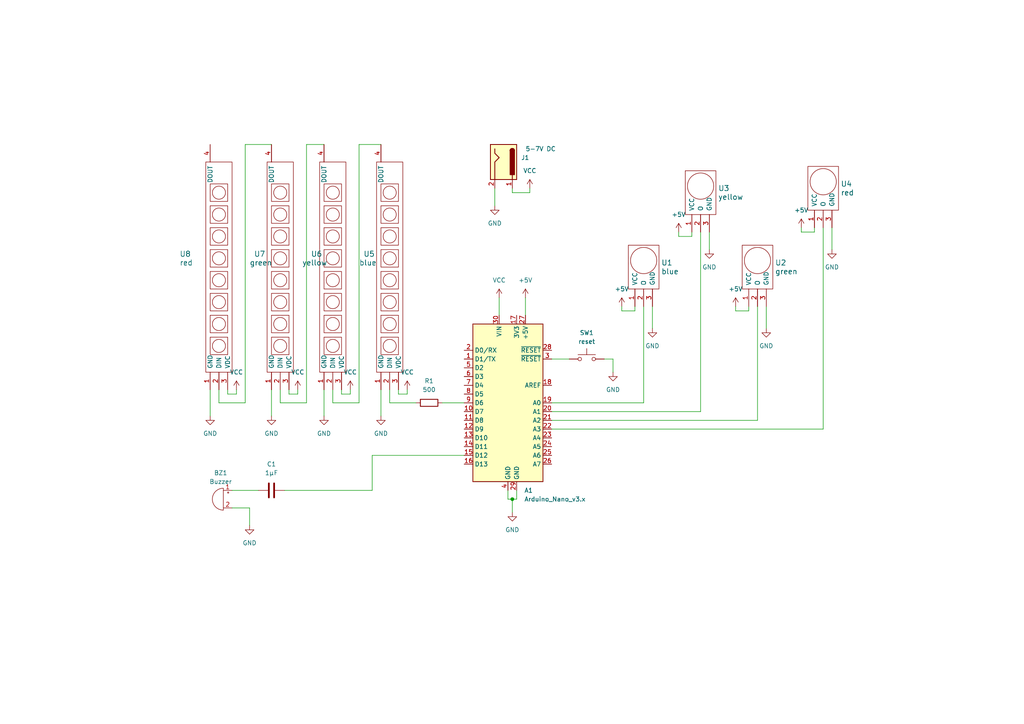
<source format=kicad_sch>
(kicad_sch (version 20230121) (generator eeschema)
  (paper "A4")
  (lib_symbols
    (symbol "Connector:Jack-DC" (pin_names (offset 1.016))
      (property "Reference" "J" (at 0 5.334 0))
      (property "Value" "Jack-DC" (at 0 -5.08 0))
      (symbol "Jack-DC_0_1"
        (rectangle (start -5.08 3.81) (end 5.08 -3.81) (stroke (width 0.254)) (fill (type background)))
        (arc (start -3.302 3.175) (mid -3.9343 2.54) (end -3.302 1.905) (stroke (width 0.254)))
        (arc (start -3.302 3.175) (mid -3.9343 2.54) (end -3.302 1.905) (stroke (width 0.254)) (fill (type outline)))
        (polyline (pts (xy 5.08 2.54) (xy 3.81 2.54)) (stroke (width 0.254)))
        (polyline (pts (xy -3.81 -2.54) (xy -2.54 -2.54) (xy -1.27 -1.27) (xy 0 -2.54) (xy 2.54 -2.54) (xy 5.08 -2.54)) (stroke (width 0.254)))
        (rectangle (start 3.683 3.175) (end -3.302 1.905) (stroke (width 0.254)) (fill (type outline)))
      )
      (symbol "Jack-DC_1_1"
        (pin passive line (at 7.62 2.54 180) (length 2.54) (name "~") (number "1"))
        (pin passive line (at 7.62 -2.54 180) (length 2.54) (name "~") (number "2"))
      )
    )
    (symbol "Device:Buzzer" (pin_names (offset 0.0254) hide)
      (property "Reference" "BZ" (at 3.81 1.27 0))
      (property "Value" "Buzzer" (at 3.81 -1.27 0))
      (symbol "Buzzer_0_1"
        (arc (start 0 -3.175) (mid 3.1612 0) (end 0 3.175))
        (polyline (pts (xy -1.651 1.905) (xy -1.143 1.905)))
        (polyline (pts (xy -1.397 2.159) (xy -1.397 1.651)))
        (polyline (pts (xy 0 3.175) (xy 0 -3.175)))
      )
      (symbol "Buzzer_1_1"
        (pin passive line (at -2.54 2.54 0) (length 2.54) (name "+") (number "1"))
        (pin passive line (at -2.54 -2.54 0) (length 2.54) (name "-") (number "2"))
      )
    )
    (symbol "Device:C" (pin_numbers hide) (pin_names (offset 0.254))
      (property "Reference" "C" (at 0.635 2.54 0))
      (property "Value" "C" (at 0.635 -2.54 0))
      (symbol "C_0_1"
        (polyline (pts (xy -2.032 -0.762) (xy 2.032 -0.762)) (stroke (width 0.508)))
        (polyline (pts (xy -2.032 0.762) (xy 2.032 0.762)) (stroke (width 0.508)))
      )
      (symbol "C_1_1"
        (pin passive line (at 0 3.81 270) (length 2.794) (name "~") (number "1"))
        (pin passive line (at 0 -3.81 90) (length 2.794) (name "~") (number "2"))
      )
    )
    (symbol "Device:R" (pin_numbers hide) (pin_names (offset 0))
      (property "Reference" "R" (at 2.032 0 90))
      (property "Value" "R" (at 0 0 90))
      (symbol "R_0_1"
        (rectangle (start -1.016 -2.54) (end 1.016 2.54) (stroke (width 0.254)))
      )
      (symbol "R_1_1"
        (pin passive line (at 0 3.81 270) (length 1.27) (name "~") (number "1"))
        (pin passive line (at 0 -3.81 90) (length 1.27) (name "~") (number "2"))
      )
    )
    (symbol "MCU_Module:Arduino_Nano_v3.x"
      (property "Reference" "A" (at -10.16 23.495 0))
      (property "Value" "Arduino_Nano_v3.x" (at 5.08 -24.13 0))
      (symbol "Arduino_Nano_v3.x_0_1"
        (rectangle (start -10.16 22.86) (end 10.16 -22.86) (stroke (width 0.254)) (fill (type background)))
      )
      (symbol "Arduino_Nano_v3.x_1_1"
        (pin bidirectional line (at -12.7 12.7 0) (length 2.54) (name "D1/TX") (number "1"))
        (pin bidirectional line (at -12.7 -2.54 0) (length 2.54) (name "D7") (number "10"))
        (pin bidirectional line (at -12.7 -5.08 0) (length 2.54) (name "D8") (number "11"))
        (pin bidirectional line (at -12.7 -7.62 0) (length 2.54) (name "D9") (number "12"))
        (pin bidirectional line (at -12.7 -10.16 0) (length 2.54) (name "D10") (number "13"))
        (pin bidirectional line (at -12.7 -12.7 0) (length 2.54) (name "D11") (number "14"))
        (pin bidirectional line (at -12.7 -15.24 0) (length 2.54) (name "D12") (number "15"))
        (pin bidirectional line (at -12.7 -17.78 0) (length 2.54) (name "D13") (number "16"))
        (pin power_out line (at 2.54 25.4 270) (length 2.54) (name "3V3") (number "17"))
        (pin input line (at 12.7 5.08 180) (length 2.54) (name "AREF") (number "18"))
        (pin bidirectional line (at 12.7 0 180) (length 2.54) (name "A0") (number "19"))
        (pin bidirectional line (at -12.7 15.24 0) (length 2.54) (name "D0/RX") (number "2"))
        (pin bidirectional line (at 12.7 -2.54 180) (length 2.54) (name "A1") (number "20"))
        (pin bidirectional line (at 12.7 -5.08 180) (length 2.54) (name "A2") (number "21"))
        (pin bidirectional line (at 12.7 -7.62 180) (length 2.54) (name "A3") (number "22"))
        (pin bidirectional line (at 12.7 -10.16 180) (length 2.54) (name "A4") (number "23"))
        (pin bidirectional line (at 12.7 -12.7 180) (length 2.54) (name "A5") (number "24"))
        (pin bidirectional line (at 12.7 -15.24 180) (length 2.54) (name "A6") (number "25"))
        (pin bidirectional line (at 12.7 -17.78 180) (length 2.54) (name "A7") (number "26"))
        (pin power_out line (at 5.08 25.4 270) (length 2.54) (name "+5V") (number "27"))
        (pin input line (at 12.7 15.24 180) (length 2.54) (name "~{RESET}") (number "28"))
        (pin power_in line (at 2.54 -25.4 90) (length 2.54) (name "GND") (number "29"))
        (pin input line (at 12.7 12.7 180) (length 2.54) (name "~{RESET}") (number "3"))
        (pin power_in line (at -2.54 25.4 270) (length 2.54) (name "VIN") (number "30"))
        (pin power_in line (at 0 -25.4 90) (length 2.54) (name "GND") (number "4"))
        (pin bidirectional line (at -12.7 10.16 0) (length 2.54) (name "D2") (number "5"))
        (pin bidirectional line (at -12.7 7.62 0) (length 2.54) (name "D3") (number "6"))
        (pin bidirectional line (at -12.7 5.08 0) (length 2.54) (name "D4") (number "7"))
        (pin bidirectional line (at -12.7 2.54 0) (length 2.54) (name "D5") (number "8"))
        (pin bidirectional line (at -12.7 0 0) (length 2.54) (name "D6") (number "9"))
      )
    )
    (symbol "Switch:SW_Push" (pin_numbers hide) (pin_names (offset 1.016) hide)
      (property "Reference" "SW" (at 1.27 2.54 0))
      (property "Value" "SW_Push" (at 0 -1.524 0))
      (symbol "SW_Push_0_1"
        (circle (center -2.032 0) (radius 0.508))
        (polyline (pts (xy 0 1.27) (xy 0 3.048)))
        (polyline (pts (xy 2.54 1.27) (xy -2.54 1.27)))
        (circle (center 2.032 0) (radius 0.508))
        (pin passive line (at -5.08 0 0) (length 2.54) (name "1") (number "1"))
        (pin passive line (at 5.08 0 180) (length 2.54) (name "2") (number "2"))
      )
    )
    (symbol "power:+5V" (power) (pin_names (offset 0))
      (property "Value" "+5V" (at 0 3.556 0))
      (symbol "+5V_0_1"
        (polyline (pts (xy -0.762 1.27) (xy 0 2.54)))
        (polyline (pts (xy 0 0) (xy 0 2.54)))
        (polyline (pts (xy 0 2.54) (xy 0.762 1.27)))
      )
      (symbol "+5V_1_1"
        (pin power_in line (at 0 0 90) (length 0) hide (name "+5V") (number "1"))
      )
    )
    (symbol "power:GND" (power) (pin_names (offset 0))
      (property "Value" "GND" (at 0 -3.81 0))
      (symbol "GND_0_1"
        (polyline (pts (xy 0 0) (xy 0 -1.27) (xy 1.27 -1.27) (xy 0 -2.54) (xy -1.27 -1.27) (xy 0 -1.27)))
      )
      (symbol "GND_1_1"
        (pin power_in line (at 0 0 270) (length 0) hide (name "GND") (number "1"))
      )
    )
    (symbol "power:VCC" (power) (pin_names (offset 0))
      (property "Value" "VCC" (at 0 3.81 0))
      (symbol "VCC_0_1"
        (polyline (pts (xy -0.762 1.27) (xy 0 2.54)))
        (polyline (pts (xy 0 0) (xy 0 2.54)))
        (polyline (pts (xy 0 2.54) (xy 0.762 1.27)))
      )
      (symbol "VCC_1_1"
        (pin power_in line (at 0 0 90) (length 0) hide (name "VCC") (number "1"))
      )
    )
    (symbol "rur:NEOPIXEL_STICK" (pin_names (offset 1.016))
      (property "Reference" "U" (at -24.765 -5.715 0))
      (property "Value" "NEOPIXEL_STICK" (at -17.145 5.715 0))
      (symbol "NEOPIXEL_STICK_0_1"
        (rectangle (start -26.67 3.81) (end 34.29 -3.81))
        (rectangle (start -21.59 2.54) (end -16.51 -2.54))
        (circle (center -19.05 0) (radius 1.905))
        (rectangle (start -15.24 2.54) (end -10.16 -2.54))
        (circle (center -12.7 0) (radius 1.905))
        (rectangle (start -8.89 2.54) (end -3.81 -2.54))
        (circle (center -6.35 0) (radius 1.905))
        (rectangle (start -2.54 2.54) (end 2.54 -2.54))
        (circle (center 0 0) (radius 1.905))
        (rectangle (start 3.81 2.54) (end 8.89 -2.54))
        (circle (center 6.35 0) (radius 1.905))
        (rectangle (start 10.16 2.54) (end 15.24 -2.54))
        (circle (center 12.7 0) (radius 1.905))
        (rectangle (start 16.51 2.54) (end 21.59 -2.54))
        (circle (center 19.05 0) (radius 1.905))
        (rectangle (start 22.86 2.54) (end 27.94 -2.54))
        (circle (center 25.4 0) (radius 1.905))
      )
      (symbol "NEOPIXEL_STICK_1_1"
        (pin input line (at -31.75 2.54 0) (length 5.08) (name "GND") (number "1"))
        (pin input line (at -31.75 0 0) (length 5.08) (name "DIN") (number "2"))
        (pin input line (at -31.75 -2.54 0) (length 5.08) (name "VDC") (number "3"))
        (pin input line (at 39.37 2.54 180) (length 5.08) (name "DOUT") (number "4"))
      )
    )
    (symbol "rur:TTP223_TOUCH1" (pin_names (offset 1.016))
      (property "Reference" "U" (at 0.635 3.175 0))
      (property "Value" "TTP223_TOUCH1" (at 4.445 8.89 0))
      (symbol "TTP223_TOUCH1_0_1"
        (rectangle (start -4.445 -5.08) (end 4.445 7.62))
        (circle (center 0 3.175) (radius 3.81))
      )
      (symbol "TTP223_TOUCH1_1_1"
        (pin input line (at -2.54 -10.16 90) (length 5.08) (name "VCC") (number "1"))
        (pin input line (at 0 -10.16 90) (length 5.08) (name "O") (number "2"))
        (pin input line (at 2.54 -10.16 90) (length 5.08) (name "GND") (number "3"))
      )
    )
  )
  (junction (at 148.59 144.78))
  (wire (pts (xy 160.02 116.84) (xy 186.69 116.84)))
  (wire (pts (xy 66.04 114.3) (xy 68.58 114.3)))
  (wire (pts (xy 68.58 114.3) (xy 68.58 113.03)))
  (wire (pts (xy 86.36 114.3) (xy 86.36 113.03)))
  (wire (pts (xy 175.26 104.14) (xy 177.8 104.14)))
  (wire (pts (xy 147.32 142.24) (xy 147.32 144.78)))
  (wire (pts (xy 83.82 113.03) (xy 83.82 114.3)))
  (wire (pts (xy 148.59 55.88) (xy 153.67 55.88)))
  (wire (pts (xy 149.86 142.24) (xy 149.86 144.78)))
  (wire (pts (xy 81.28 116.84) (xy 81.28 113.03)))
  (wire (pts (xy 213.36 88.9) (xy 213.36 90.17)))
  (wire (pts (xy 144.78 86.36) (xy 144.78 91.44)))
  (wire (pts (xy 219.71 121.92) (xy 219.71 88.9)))
  (wire (pts (xy 196.85 68.58) (xy 200.66 68.58)))
  (wire (pts (xy 200.66 68.58) (xy 200.66 67.31)))
  (wire (pts (xy 88.9 41.91) (xy 88.9 116.84)))
  (wire (pts (xy 118.11 114.3) (xy 118.11 113.03)))
  (wire (pts (xy 120.65 116.84) (xy 113.03 116.84)))
  (wire (pts (xy 72.39 147.32) (xy 72.39 152.4)))
  (wire (pts (xy 67.31 147.32) (xy 72.39 147.32)))
  (wire (pts (xy 238.76 124.46) (xy 238.76 66.04)))
  (wire (pts (xy 160.02 104.14) (xy 165.1 104.14)))
  (wire (pts (xy 160.02 119.38) (xy 203.2 119.38)))
  (wire (pts (xy 152.4 86.36) (xy 152.4 91.44)))
  (wire (pts (xy 184.15 90.17) (xy 184.15 88.9)))
  (wire (pts (xy 104.14 116.84) (xy 96.52 116.84)))
  (wire (pts (xy 78.74 41.91) (xy 71.12 41.91)))
  (wire (pts (xy 110.49 41.91) (xy 104.14 41.91)))
  (wire (pts (xy 232.41 66.04) (xy 232.41 67.31)))
  (wire (pts (xy 96.52 116.84) (xy 96.52 113.03)))
  (wire (pts (xy 63.5 113.03) (xy 63.5 116.84)))
  (wire (pts (xy 101.6 114.3) (xy 101.6 113.03)))
  (wire (pts (xy 93.98 41.91) (xy 88.9 41.91)))
  (wire (pts (xy 189.23 88.9) (xy 189.23 95.25)))
  (wire (pts (xy 67.31 142.24) (xy 74.93 142.24)))
  (wire (pts (xy 149.86 144.78) (xy 148.59 144.78)))
  (wire (pts (xy 99.06 113.03) (xy 99.06 114.3)))
  (wire (pts (xy 203.2 119.38) (xy 203.2 67.31)))
  (wire (pts (xy 88.9 116.84) (xy 81.28 116.84)))
  (wire (pts (xy 71.12 116.84) (xy 63.5 116.84)))
  (wire (pts (xy 180.34 88.9) (xy 180.34 90.17)))
  (wire (pts (xy 110.49 113.03) (xy 110.49 120.65)))
  (wire (pts (xy 205.74 67.31) (xy 205.74 72.39)))
  (wire (pts (xy 232.41 67.31) (xy 236.22 67.31)))
  (wire (pts (xy 93.98 113.03) (xy 93.98 120.65)))
  (wire (pts (xy 107.95 132.08) (xy 107.95 142.24)))
  (wire (pts (xy 186.69 116.84) (xy 186.69 88.9)))
  (wire (pts (xy 66.04 113.03) (xy 66.04 114.3)))
  (wire (pts (xy 78.74 113.03) (xy 78.74 120.65)))
  (wire (pts (xy 71.12 41.91) (xy 71.12 116.84)))
  (wire (pts (xy 217.17 90.17) (xy 217.17 88.9)))
  (wire (pts (xy 147.32 144.78) (xy 148.59 144.78)))
  (wire (pts (xy 104.14 41.91) (xy 104.14 116.84)))
  (wire (pts (xy 236.22 67.31) (xy 236.22 66.04)))
  (wire (pts (xy 177.8 104.14) (xy 177.8 107.95)))
  (wire (pts (xy 115.57 114.3) (xy 118.11 114.3)))
  (wire (pts (xy 222.25 88.9) (xy 222.25 95.25)))
  (wire (pts (xy 134.62 132.08) (xy 107.95 132.08)))
  (wire (pts (xy 115.57 113.03) (xy 115.57 114.3)))
  (wire (pts (xy 83.82 114.3) (xy 86.36 114.3)))
  (wire (pts (xy 107.95 142.24) (xy 82.55 142.24)))
  (wire (pts (xy 113.03 116.84) (xy 113.03 113.03)))
  (wire (pts (xy 99.06 114.3) (xy 101.6 114.3)))
  (wire (pts (xy 60.96 113.03) (xy 60.96 120.65)))
  (wire (pts (xy 148.59 144.78) (xy 148.59 148.59)))
  (wire (pts (xy 241.3 66.04) (xy 241.3 72.39)))
  (wire (pts (xy 213.36 90.17) (xy 217.17 90.17)))
  (wire (pts (xy 153.67 55.88) (xy 153.67 54.61)))
  (wire (pts (xy 143.51 54.61) (xy 143.51 59.69)))
  (wire (pts (xy 196.85 67.31) (xy 196.85 68.58)))
  (wire (pts (xy 128.27 116.84) (xy 134.62 116.84)))
  (wire (pts (xy 160.02 124.46) (xy 238.76 124.46)))
  (wire (pts (xy 148.59 54.61) (xy 148.59 55.88)))
  (wire (pts (xy 180.34 90.17) (xy 184.15 90.17)))
  (wire (pts (xy 160.02 121.92) (xy 219.71 121.92)))
  (symbol (lib_id "power:VCC") (at 101.6 113.03 0) (unit 1)
    (property "Reference" "#PWR013" (effects hide))
    (property "Value" "VCC" (at 101.6 107.95 0))
  )
  (symbol (lib_id "rur:NEOPIXEL_STICK") (at 63.5 81.28 90) (unit 1)
    (property "Reference" "U8" (at 52.07 73.66 90) (effects (font (size 1.524 1.524)) (justify right)))
    (property "Value" "red" (at 52.07 76.2 90) (effects (font (size 1.524 1.524)) (justify right)))
    (property "Footprint" "Connector_PinHeader_2.54mm:PinHeader_1x03_P2.54mm_Vertical" (effects hide))
  )
  (symbol (lib_id "power:GND") (at 205.74 72.39 0) (unit 1)
    (property "Reference" "#PWR09" (effects hide))
    (property "Value" "GND" (at 205.74 77.47 0))
  )
  (symbol (lib_id "power:+5V") (at 213.36 88.9 0) (unit 1)
    (property "Reference" "#PWR018" (effects hide))
    (property "Value" "+5V" (at 213.36 83.82 0))
  )
  (symbol (lib_id "power:GND") (at 110.49 120.65 0) (unit 1)
    (property "Reference" "#PWR04" (effects hide))
    (property "Value" "GND" (at 110.49 125.73 0))
  )
  (symbol (lib_id "power:GND") (at 93.98 120.65 0) (unit 1)
    (property "Reference" "#PWR03" (effects hide))
    (property "Value" "GND" (at 93.98 125.73 0))
  )
  (symbol (lib_id "power:GND") (at 143.51 59.69 0) (unit 1)
    (property "Reference" "#PWR022" (effects hide))
    (property "Value" "GND" (at 143.51 64.77 0))
  )
  (symbol (lib_id "power:VCC") (at 86.36 113.03 0) (unit 1)
    (property "Reference" "#PWR014" (effects hide))
    (property "Value" "VCC" (at 86.36 107.95 0))
  )
  (symbol (lib_id "Device:C") (at 78.74 142.24 90) (unit 1)
    (property "Reference" "C1" (at 78.74 134.62 90))
    (property "Value" "1µF" (at 78.74 137.16 90))
    (property "Footprint" "Capacitor_THT:C_Rect_L7.0mm_W2.0mm_P5.00mm" (effects hide))
  )
  (symbol (lib_id "rur:TTP223_TOUCH1") (at 219.71 78.74 0) (unit 1)
    (property "Reference" "U2" (at 224.79 76.2 0) (effects (font (size 1.524 1.524)) (justify left)))
    (property "Value" "green" (at 224.79 78.74 0) (effects (font (size 1.524 1.524)) (justify left)))
    (property "Footprint" "Connector_PinHeader_2.54mm:PinHeader_1x03_P2.54mm_Vertical" (effects hide))
  )
  (symbol (lib_id "power:GND") (at 177.8 107.95 0) (unit 1)
    (property "Reference" "#PWR021" (effects hide))
    (property "Value" "GND" (at 177.8 113.03 0))
  )
  (symbol (lib_id "power:VCC") (at 68.58 113.03 0) (unit 1)
    (property "Reference" "#PWR015" (effects hide))
    (property "Value" "VCC" (at 68.58 107.95 0))
  )
  (symbol (lib_id "power:VCC") (at 153.67 54.61 0) (unit 1)
    (property "Reference" "#PWR023" (effects hide))
    (property "Value" "VCC" (at 153.67 49.53 0))
  )
  (symbol (lib_id "power:GND") (at 241.3 72.39 0) (unit 1)
    (property "Reference" "#PWR010" (effects hide))
    (property "Value" "GND" (at 241.3 77.47 0))
  )
  (symbol (lib_id "power:+5V") (at 180.34 88.9 0) (unit 1)
    (property "Reference" "#PWR017" (effects hide))
    (property "Value" "+5V" (at 180.34 83.82 0))
  )
  (symbol (lib_id "Connector:Jack-DC") (at 146.05 46.99 270) (unit 1)
    (property "Reference" "J1" (at 151.13 45.72 90) (effects (justify left)))
    (property "Value" "5-7V DC" (at 152.4 43.18 90) (effects (justify left)))
    (property "Footprint" "Connector_PinHeader_2.54mm:PinHeader_1x02_P2.54mm_Vertical" (effects hide))
  )
  (symbol (lib_id "rur:TTP223_TOUCH1") (at 186.69 78.74 0) (unit 1)
    (property "Reference" "U1" (at 191.77 76.2 0) (effects (font (size 1.524 1.524)) (justify left)))
    (property "Value" "blue" (at 191.77 78.74 0) (effects (font (size 1.524 1.524)) (justify left)))
    (property "Footprint" "Connector_PinHeader_2.54mm:PinHeader_1x03_P2.54mm_Vertical" (effects hide))
  )
  (symbol (lib_id "power:+5V") (at 196.85 67.31 0) (unit 1)
    (property "Reference" "#PWR020" (effects hide))
    (property "Value" "+5V" (at 196.85 62.23 0))
  )
  (symbol (lib_id "rur:NEOPIXEL_STICK") (at 96.52 81.28 90) (unit 1)
    (property "Reference" "U6" (at 90.17 73.66 90) (effects (font (size 1.524 1.524)) (justify right)))
    (property "Value" "yellow" (at 87.63 76.2 90) (effects (font (size 1.524 1.524)) (justify right)))
    (property "Footprint" "Connector_PinHeader_2.54mm:PinHeader_1x03_P2.54mm_Vertical" (effects hide))
  )
  (symbol (lib_id "power:VCC") (at 144.78 86.36 0) (unit 1)
    (property "Reference" "#PWR011" (effects hide))
    (property "Value" "VCC" (at 144.78 81.28 0))
  )
  (symbol (lib_id "power:GND") (at 78.74 120.65 0) (unit 1)
    (property "Reference" "#PWR02" (effects hide))
    (property "Value" "GND" (at 78.74 125.73 0))
  )
  (symbol (lib_id "Device:R") (at 124.46 116.84 90) (unit 1)
    (property "Reference" "R1" (at 124.46 110.49 90))
    (property "Value" "500" (at 124.46 113.03 90))
    (property "Footprint" "Resistor_THT:R_Axial_DIN0207_L6.3mm_D2.5mm_P7.62mm_Horizontal" (effects hide))
  )
  (symbol (lib_id "rur:NEOPIXEL_STICK") (at 113.03 81.28 90) (unit 1)
    (property "Reference" "U5" (at 105.41 73.66 90) (effects (font (size 1.524 1.524)) (justify right)))
    (property "Value" "blue" (at 104.14 76.2 90) (effects (font (size 1.524 1.524)) (justify right)))
    (property "Footprint" "Connector_PinHeader_2.54mm:PinHeader_1x03_P2.54mm_Vertical" (effects hide))
  )
  (symbol (lib_id "power:GND") (at 72.39 152.4 0) (unit 1)
    (property "Reference" "#PWR06" (effects hide))
    (property "Value" "GND" (at 72.39 157.48 0))
  )
  (symbol (lib_id "power:GND") (at 148.59 148.59 0) (unit 1)
    (property "Reference" "#PWR05" (effects hide))
    (property "Value" "GND" (at 148.59 153.67 0))
  )
  (symbol (lib_id "power:GND") (at 189.23 95.25 0) (unit 1)
    (property "Reference" "#PWR07" (effects hide))
    (property "Value" "GND" (at 189.23 100.33 0))
  )
  (symbol (lib_id "MCU_Module:Arduino_Nano_v3.x") (at 147.32 116.84 0) (unit 1)
    (property "Reference" "A1" (at 152.0541 142.24 0) (effects (justify left)))
    (property "Value" "Arduino_Nano_v3.x" (at 152.0541 144.78 0) (effects (justify left)))
    (property "Footprint" "Module:Arduino_Nano" (effects hide))
    (property "Datasheet" "http://www.mouser.com/pdfdocs/Gravitech_Arduino_Nano3_0.pdf" (effects hide))
  )
  (symbol (lib_id "rur:NEOPIXEL_STICK") (at 81.28 81.28 90) (unit 1)
    (property "Reference" "U7" (at 73.66 73.66 90) (effects (font (size 1.524 1.524)) (justify right)))
    (property "Value" "green" (at 72.39 76.2 90) (effects (font (size 1.524 1.524)) (justify right)))
    (property "Footprint" "Connector_PinHeader_2.54mm:PinHeader_1x03_P2.54mm_Vertical" (effects hide))
  )
  (symbol (lib_id "Device:Buzzer") (at 64.77 144.78 0) (mirror y) (unit 1)
    (property "Reference" "BZ1" (at 64.0149 137.16 0))
    (property "Value" "Buzzer" (at 64.0149 139.7 0))
    (property "Footprint" "Buzzer_Beeper:Buzzer_12x9.5RM7.6" (effects hide))
  )
  (symbol (lib_id "power:VCC") (at 118.11 113.03 0) (unit 1)
    (property "Reference" "#PWR012" (effects hide))
    (property "Value" "VCC" (at 118.11 107.95 0))
  )
  (symbol (lib_id "power:GND") (at 60.96 120.65 0) (unit 1)
    (property "Reference" "#PWR01" (effects hide))
    (property "Value" "GND" (at 60.96 125.73 0))
  )
  (symbol (lib_id "Switch:SW_Push") (at 170.18 104.14 0) (unit 1)
    (property "Reference" "SW1" (at 170.18 96.52 0))
    (property "Value" "reset" (at 170.18 99.06 0))
    (property "Footprint" "Button_Switch_THT:SW_PUSH_6mm" (effects hide))
  )
  (symbol (lib_id "power:+5V") (at 152.4 86.36 0) (unit 1)
    (property "Reference" "#PWR016" (effects hide))
    (property "Value" "+5V" (at 152.4 81.28 0))
  )
  (symbol (lib_id "rur:TTP223_TOUCH1") (at 238.76 55.88 0) (unit 1)
    (property "Reference" "U4" (at 243.84 53.34 0) (effects (font (size 1.524 1.524)) (justify left)))
    (property "Value" "red" (at 243.84 55.88 0) (effects (font (size 1.524 1.524)) (justify left)))
    (property "Footprint" "Connector_PinHeader_2.54mm:PinHeader_1x03_P2.54mm_Vertical" (effects hide))
  )
  (symbol (lib_id "power:GND") (at 222.25 95.25 0) (unit 1)
    (property "Reference" "#PWR08" (effects hide))
    (property "Value" "GND" (at 222.25 100.33 0))
  )
  (symbol (lib_id "power:+5V") (at 232.41 66.04 0) (unit 1)
    (property "Reference" "#PWR019" (effects hide))
    (property "Value" "+5V" (at 232.41 60.96 0))
  )
  (symbol (lib_id "rur:TTP223_TOUCH1") (at 203.2 57.15 0) (unit 1)
    (property "Reference" "U3" (at 208.28 54.61 0) (effects (font (size 1.524 1.524)) (justify left)))
    (property "Value" "yellow" (at 208.28 57.15 0) (effects (font (size 1.524 1.524)) (justify left)))
    (property "Footprint" "Connector_PinHeader_2.54mm:PinHeader_1x03_P2.54mm_Vertical" (effects hide))
  )
)
</source>
